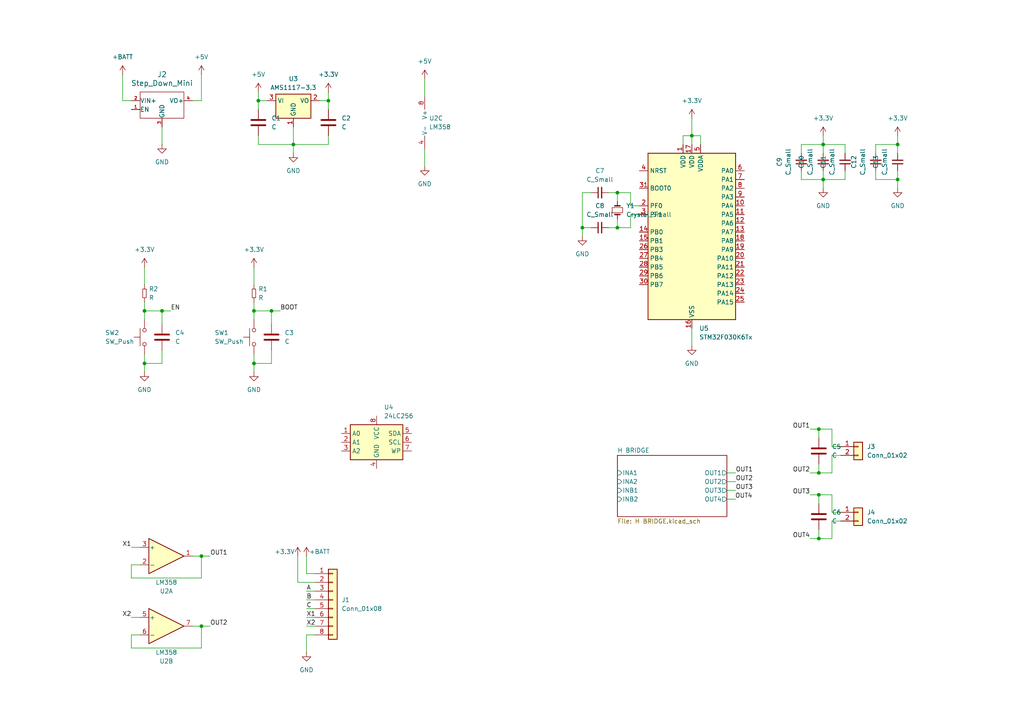
<source format=kicad_sch>
(kicad_sch (version 20250114) (generator "eeschema") (generator_version "9.0")
  (paper "A4")
  (lib_symbols
    (symbol "Amplifier_Operational:LM358" (pin_names (offset 0.127))
      (property "Reference" "U" (at 0 5.08 0))
      (property "Value" "LM358" (at 0 -5.08 0))
      (symbol "LM358_1_1"
        (polyline (pts (xy -5.08 5.08) (xy 5.08 0) (xy -5.08 -5.08) (xy -5.08 5.08)) (stroke (width 0.254)) (fill (type background)))
        (pin input line (at -7.62 2.54 0) (length 2.54) (name "+") (number "3"))
        (pin input line (at -7.62 -2.54 0) (length 2.54) (name "-") (number "2"))
        (pin output line (at 7.62 0 180) (length 2.54) (name "~") (number "1"))
      )
      (symbol "LM358_2_1"
        (polyline (pts (xy -5.08 5.08) (xy 5.08 0) (xy -5.08 -5.08) (xy -5.08 5.08)) (stroke (width 0.254)) (fill (type background)))
        (pin input line (at -7.62 2.54 0) (length 2.54) (name "+") (number "5"))
        (pin input line (at -7.62 -2.54 0) (length 2.54) (name "-") (number "6"))
        (pin output line (at 7.62 0 180) (length 2.54) (name "~") (number "7"))
      )
      (symbol "LM358_3_1"
        (pin power_in line (at -2.54 7.62 270) (length 3.81) (name "V+") (number "8"))
        (pin power_in line (at -2.54 -7.62 90) (length 3.81) (name "V-") (number "4"))
      )
    )
    (symbol "Connector_Generic:Conn_01x02" (pin_names (offset 1.016) (hide yes))
      (property "Reference" "J" (at 0 2.54 0))
      (property "Value" "Conn_01x02" (at 0 -5.08 0))
      (symbol "Conn_01x02_1_1"
        (rectangle (start -1.27 1.27) (end 1.27 -3.81) (stroke (width 0.254)) (fill (type background)))
        (rectangle (start -1.27 0.127) (end 0 -0.127) (stroke (width 0.1524)))
        (rectangle (start -1.27 -2.413) (end 0 -2.667) (stroke (width 0.1524)))
        (pin passive line (at -5.08 0 0) (length 3.81) (name "Pin_1") (number "1"))
        (pin passive line (at -5.08 -2.54 0) (length 3.81) (name "Pin_2") (number "2"))
      )
    )
    (symbol "Connector_Generic:Conn_01x08" (pin_names (offset 1.016) (hide yes))
      (property "Reference" "J" (at 0 10.16 0))
      (property "Value" "Conn_01x08" (at 0 -12.7 0))
      (symbol "Conn_01x08_1_1"
        (rectangle (start -1.27 8.89) (end 1.27 -11.43) (stroke (width 0.254)) (fill (type background)))
        (rectangle (start -1.27 7.747) (end 0 7.493) (stroke (width 0.1524)))
        (rectangle (start -1.27 5.207) (end 0 4.953) (stroke (width 0.1524)))
        (rectangle (start -1.27 2.667) (end 0 2.413) (stroke (width 0.1524)))
        (rectangle (start -1.27 0.127) (end 0 -0.127) (stroke (width 0.1524)))
        (rectangle (start -1.27 -2.413) (end 0 -2.667) (stroke (width 0.1524)))
        (rectangle (start -1.27 -4.953) (end 0 -5.207) (stroke (width 0.1524)))
        (rectangle (start -1.27 -7.493) (end 0 -7.747) (stroke (width 0.1524)))
        (rectangle (start -1.27 -10.033) (end 0 -10.287) (stroke (width 0.1524)))
        (pin passive line (at -5.08 7.62 0) (length 3.81) (name "Pin_1") (number "1"))
        (pin passive line (at -5.08 5.08 0) (length 3.81) (name "Pin_2") (number "2"))
        (pin passive line (at -5.08 2.54 0) (length 3.81) (name "Pin_3") (number "3"))
        (pin passive line (at -5.08 0 0) (length 3.81) (name "Pin_4") (number "4"))
        (pin passive line (at -5.08 -2.54 0) (length 3.81) (name "Pin_5") (number "5"))
        (pin passive line (at -5.08 -5.08 0) (length 3.81) (name "Pin_6") (number "6"))
        (pin passive line (at -5.08 -7.62 0) (length 3.81) (name "Pin_7") (number "7"))
        (pin passive line (at -5.08 -10.16 0) (length 3.81) (name "Pin_8") (number "8"))
      )
    )
    (symbol "Device:C" (pin_numbers (hide yes)) (pin_names (offset 0.254))
      (property "Reference" "C" (at 0.635 2.54 0))
      (property "Value" "C" (at 0.635 -2.54 0))
      (symbol "C_0_1"
        (polyline (pts (xy -2.032 0.762) (xy 2.032 0.762)) (stroke (width 0.508)))
        (polyline (pts (xy -2.032 -0.762) (xy 2.032 -0.762)) (stroke (width 0.508)))
      )
      (symbol "C_1_1"
        (pin passive line (at 0 3.81 270) (length 2.794) (name "~") (number "1"))
        (pin passive line (at 0 -3.81 90) (length 2.794) (name "~") (number "2"))
      )
    )
    (symbol "Device:C_Small" (pin_numbers (hide yes)) (pin_names (offset 0.254) (hide yes))
      (property "Reference" "C" (at 0.254 1.778 0))
      (property "Value" "C_Small" (at 0.254 -2.032 0))
      (symbol "C_Small_0_1"
        (polyline (pts (xy -1.524 0.508) (xy 1.524 0.508)) (stroke (width 0.3048)))
        (polyline (pts (xy -1.524 -0.508) (xy 1.524 -0.508)) (stroke (width 0.3302)))
      )
      (symbol "C_Small_1_1"
        (pin passive line (at 0 2.54 270) (length 2.032) (name "~") (number "1"))
        (pin passive line (at 0 -2.54 90) (length 2.032) (name "~") (number "2"))
      )
    )
    (symbol "Device:Crystal_Small" (pin_numbers (hide yes)) (pin_names (offset 1.016) (hide yes))
      (property "Reference" "Y" (at 0 2.54 0))
      (property "Value" "Crystal_Small" (at 0 -2.54 0))
      (symbol "Crystal_Small_0_1"
        (polyline (pts (xy -1.27 -0.762) (xy -1.27 0.762)) (stroke (width 0.381)))
        (rectangle (start -0.762 -1.524) (end 0.762 1.524))
        (polyline (pts (xy 1.27 -0.762) (xy 1.27 0.762)) (stroke (width 0.381)))
      )
      (symbol "Crystal_Small_1_1"
        (pin passive line (at -2.54 0 0) (length 1.27) (name "1") (number "1"))
        (pin passive line (at 2.54 0 180) (length 1.27) (name "2") (number "2"))
      )
    )
    (symbol "EESTN5:R" (pin_numbers (hide yes)) (pin_names (offset 0))
      (property "Reference" "R" (at -1.27 0 90))
      (property "Value" "R" (at 1.27 0 90))
      (symbol "R_0_1"
        (rectangle (start 0.508 1.27) (end -0.508 -1.27))
      )
      (symbol "R_1_1"
        (pin passive line (at 0 2.54 270) (length 1.27) (name "~") (number "1"))
        (pin passive line (at 0 -2.54 90) (length 1.27) (name "~") (number "2"))
      )
    )
    (symbol "EESTN5:Step_Down_Mini" (pin_names (offset 0.002))
      (property "Reference" "J2" (at 0 8.89 0))
      (property "Value" "Step_Down_Mini" (at 0 6.35 0))
      (symbol "Step_Down_Mini_0_1"
        (rectangle (start -6.35 3.81) (end 6.35 -3.81))
      )
      (symbol "Step_Down_Mini_1_1"
        (pin passive line (at -8.89 1.27 0) (length 2.54) (name "VIN+") (number "2"))
        (pin passive line (at -8.89 -1.27 0) (length 2.54) (name "EN") (number "1"))
        (pin passive line (at 0 -6.35 90) (length 2.54) (name "GND") (number "3"))
        (pin passive line (at 8.89 1.27 180) (length 2.54) (name "VO+") (number "4"))
      )
    )
    (symbol "MCU_ST_STM32F0:STM32F030K6Tx"
      (property "Reference" "U" (at -12.7 26.67 0))
      (property "Value" "STM32F030K6Tx" (at 5.08 26.67 0))
      (symbol "STM32F030K6Tx_0_1"
        (rectangle (start -12.7 -22.86) (end 12.7 25.4) (stroke (width 0.254)) (fill (type background)))
      )
      (symbol "STM32F030K6Tx_1_1"
        (pin input line (at -15.24 20.32 0) (length 2.54) (name "NRST") (number "4"))
        (pin input line (at -15.24 15.24 0) (length 2.54) (name "BOOT0") (number "31"))
        (pin bidirectional line (at -15.24 10.16 0) (length 2.54) (name "PF0") (number "2"))
        (pin bidirectional line (at -15.24 7.62 0) (length 2.54) (name "PF1") (number "3"))
        (pin bidirectional line (at -15.24 2.54 0) (length 2.54) (name "PB0") (number "14"))
        (pin bidirectional line (at -15.24 0 0) (length 2.54) (name "PB1") (number "15"))
        (pin bidirectional line (at -15.24 -2.54 0) (length 2.54) (name "PB3") (number "26"))
        (pin bidirectional line (at -15.24 -5.08 0) (length 2.54) (name "PB4") (number "27"))
        (pin bidirectional line (at -15.24 -7.62 0) (length 2.54) (name "PB5") (number "28"))
        (pin bidirectional line (at -15.24 -10.16 0) (length 2.54) (name "PB6") (number "29"))
        (pin bidirectional line (at -15.24 -12.7 0) (length 2.54) (name "PB7") (number "30"))
        (pin power_in line (at -2.54 27.94 270) (length 2.54) (name "VDD") (number "1"))
        (pin power_in line (at 0 27.94 270) (length 2.54) (name "VDD") (number "17"))
        (pin power_in line (at 0 -25.4 90) (length 2.54) (name "VSS") (number "16"))
        (pin passive line (at 0 -25.4 90) (length 2.54) (hide yes) (name "VSS") (number "32"))
        (pin power_in line (at 2.54 27.94 270) (length 2.54) (name "VDDA") (number "5"))
        (pin bidirectional line (at 15.24 20.32 180) (length 2.54) (name "PA0") (number "6"))
        (pin bidirectional line (at 15.24 17.78 180) (length 2.54) (name "PA1") (number "7"))
        (pin bidirectional line (at 15.24 15.24 180) (length 2.54) (name "PA2") (number "8"))
        (pin bidirectional line (at 15.24 12.7 180) (length 2.54) (name "PA3") (number "9"))
        (pin bidirectional line (at 15.24 10.16 180) (length 2.54) (name "PA4") (number "10"))
        (pin bidirectional line (at 15.24 7.62 180) (length 2.54) (name "PA5") (number "11"))
        (pin bidirectional line (at 15.24 5.08 180) (length 2.54) (name "PA6") (number "12"))
        (pin bidirectional line (at 15.24 2.54 180) (length 2.54) (name "PA7") (number "13"))
        (pin bidirectional line (at 15.24 0 180) (length 2.54) (name "PA8") (number "18"))
        (pin bidirectional line (at 15.24 -2.54 180) (length 2.54) (name "PA9") (number "19"))
        (pin bidirectional line (at 15.24 -5.08 180) (length 2.54) (name "PA10") (number "20"))
        (pin bidirectional line (at 15.24 -7.62 180) (length 2.54) (name "PA11") (number "21"))
        (pin bidirectional line (at 15.24 -10.16 180) (length 2.54) (name "PA12") (number "22"))
        (pin bidirectional line (at 15.24 -12.7 180) (length 2.54) (name "PA13") (number "23"))
        (pin bidirectional line (at 15.24 -15.24 180) (length 2.54) (name "PA14") (number "24"))
        (pin bidirectional line (at 15.24 -17.78 180) (length 2.54) (name "PA15") (number "25"))
      )
    )
    (symbol "Memory_EEPROM:24LC256"
      (property "Reference" "U" (at -6.35 6.35 0))
      (property "Value" "24LC256" (at 1.27 6.35 0))
      (symbol "24LC256_1_1"
        (rectangle (start -7.62 5.08) (end 7.62 -5.08) (stroke (width 0.254)) (fill (type background)))
        (pin input line (at -10.16 2.54 0) (length 2.54) (name "A0") (number "1"))
        (pin input line (at -10.16 0 0) (length 2.54) (name "A1") (number "2"))
        (pin input line (at -10.16 -2.54 0) (length 2.54) (name "A2") (number "3"))
        (pin power_in line (at 0 7.62 270) (length 2.54) (name "VCC") (number "8"))
        (pin power_in line (at 0 -7.62 90) (length 2.54) (name "GND") (number "4"))
        (pin bidirectional line (at 10.16 2.54 180) (length 2.54) (name "SDA") (number "5"))
        (pin input line (at 10.16 0 180) (length 2.54) (name "SCL") (number "6"))
        (pin input line (at 10.16 -2.54 180) (length 2.54) (name "WP") (number "7"))
      )
    )
    (symbol "Regulator_Linear:AMS1117-3.3"
      (property "Reference" "U" (at -3.81 3.175 0))
      (property "Value" "AMS1117-3.3" (at 0 3.175 0))
      (symbol "AMS1117-3.3_0_1"
        (rectangle (start -5.08 -5.08) (end 5.08 1.905) (stroke (width 0.254)) (fill (type background)))
      )
      (symbol "AMS1117-3.3_1_1"
        (pin power_in line (at -7.62 0 0) (length 2.54) (name "VI") (number "3"))
        (pin power_in line (at 0 -7.62 90) (length 2.54) (name "GND") (number "1"))
        (pin power_out line (at 7.62 0 180) (length 2.54) (name "VO") (number "2"))
      )
    )
    (symbol "Switch:SW_Push" (pin_numbers (hide yes)) (pin_names (offset 1.016) (hide yes))
      (property "Reference" "SW" (at 1.27 2.54 0))
      (property "Value" "SW_Push" (at 0 -1.524 0))
      (symbol "SW_Push_0_1"
        (circle (center -2.032 0) (radius 0.508))
        (polyline (pts (xy 0 1.27) (xy 0 3.048)))
        (circle (center 2.032 0) (radius 0.508))
        (polyline (pts (xy 2.54 1.27) (xy -2.54 1.27)))
        (pin passive line (at -5.08 0 0) (length 2.54) (name "1") (number "1"))
        (pin passive line (at 5.08 0 180) (length 2.54) (name "2") (number "2"))
      )
    )
    (symbol "power:+3.3V" (power) (pin_numbers (hide yes)) (pin_names (offset 0) (hide yes))
      (property "Value" "+3.3V" (at 0 3.556 0))
      (symbol "+3.3V_0_1"
        (polyline (pts (xy -0.762 1.27) (xy 0 2.54)))
        (polyline (pts (xy 0 2.54) (xy 0.762 1.27)))
        (polyline (pts (xy 0 0) (xy 0 2.54)))
      )
      (symbol "+3.3V_1_1"
        (pin power_in line (at 0 0 90) (length 0) (name "~") (number "1"))
      )
    )
    (symbol "power:+5V" (power) (pin_numbers (hide yes)) (pin_names (offset 0) (hide yes))
      (property "Value" "+5V" (at 0 3.556 0))
      (symbol "+5V_0_1"
        (polyline (pts (xy -0.762 1.27) (xy 0 2.54)))
        (polyline (pts (xy 0 2.54) (xy 0.762 1.27)))
        (polyline (pts (xy 0 0) (xy 0 2.54)))
      )
      (symbol "+5V_1_1"
        (pin power_in line (at 0 0 90) (length 0) (name "~") (number "1"))
      )
    )
    (symbol "power:+BATT" (power) (pin_numbers (hide yes)) (pin_names (offset 0) (hide yes))
      (property "Value" "+BATT" (at 0 3.556 0))
      (symbol "+BATT_0_1"
        (polyline (pts (xy -0.762 1.27) (xy 0 2.54)))
        (polyline (pts (xy 0 2.54) (xy 0.762 1.27)))
        (polyline (pts (xy 0 0) (xy 0 2.54)))
      )
      (symbol "+BATT_1_1"
        (pin power_in line (at 0 0 90) (length 0) (name "~") (number "1"))
      )
    )
    (symbol "power:GND" (power) (pin_numbers (hide yes)) (pin_names (offset 0) (hide yes))
      (property "Value" "GND" (at 0 -3.81 0))
      (symbol "GND_0_1"
        (polyline (pts (xy 0 0) (xy 0 -1.27) (xy 1.27 -1.27) (xy 0 -2.54) (xy -1.27 -1.27) (xy 0 -1.27)))
      )
      (symbol "GND_1_1"
        (pin power_in line (at 0 0 270) (length 0) (name "~") (number "1"))
      )
    )
  )
  (junction (at 73.66 105.41))
  (junction (at 74.93 29.21))
  (junction (at 95.25 29.21))
  (junction (at 85.09 41.91))
  (junction (at 237.49 137.16))
  (junction (at 73.66 90.17))
  (junction (at 58.42 161.29))
  (junction (at 179.07 55.88))
  (junction (at 238.76 41.91))
  (junction (at 41.91 90.17))
  (junction (at 58.42 181.61))
  (junction (at 237.49 156.21))
  (junction (at 78.74 90.17))
  (junction (at 260.35 52.07))
  (junction (at 238.76 52.07))
  (junction (at 179.07 66.04))
  (junction (at 260.35 41.91))
  (junction (at 41.91 105.41))
  (junction (at 168.91 66.04))
  (junction (at 237.49 143.51))
  (junction (at 237.49 124.46))
  (junction (at 200.66 39.37))
  (junction (at 46.99 90.17))
  (wire (pts (xy 176.53 55.88) (xy 179.07 55.88)))
  (wire (pts (xy 234.95 143.51) (xy 237.49 143.51)))
  (wire (pts (xy 74.93 31.75) (xy 74.93 29.21)))
  (wire (pts (xy 182.88 66.04) (xy 179.07 66.04)))
  (wire (pts (xy 198.12 41.91) (xy 198.12 39.37)))
  (wire (pts (xy 46.99 101.6) (xy 46.99 105.41)))
  (wire (pts (xy 234.95 156.21) (xy 237.49 156.21)))
  (wire (pts (xy 78.74 101.6) (xy 78.74 105.41)))
  (wire (pts (xy 254 41.91) (xy 254 44.45)))
  (wire (pts (xy 254 52.07) (xy 260.35 52.07)))
  (wire (pts (xy 237.49 137.16) (xy 241.3 137.16)))
  (wire (pts (xy 73.66 87.63) (xy 73.66 90.17)))
  (wire (pts (xy 243.84 129.54) (xy 241.3 129.54)))
  (wire (pts (xy 185.42 62.23) (xy 182.88 62.23)))
  (wire (pts (xy 58.42 161.29) (xy 55.88 161.29)))
  (wire (pts (xy 60.96 161.29) (xy 58.42 161.29)))
  (wire (pts (xy 78.74 90.17) (xy 81.28 90.17)))
  (wire (pts (xy 92.71 29.21) (xy 95.25 29.21)))
  (wire (pts (xy 241.3 132.08) (xy 243.84 132.08)))
  (wire (pts (xy 260.35 41.91) (xy 260.35 44.45)))
  (wire (pts (xy 241.3 124.46) (xy 237.49 124.46)))
  (wire (pts (xy 88.9 171.45) (xy 91.44 171.45)))
  (wire (pts (xy 88.9 166.37) (xy 91.44 166.37)))
  (wire (pts (xy 171.45 55.88) (xy 168.91 55.88)))
  (wire (pts (xy 85.09 36.83) (xy 85.09 41.91)))
  (wire (pts (xy 73.66 77.47) (xy 73.66 82.55)))
  (wire (pts (xy 88.9 161.29) (xy 88.9 166.37)))
  (wire (pts (xy 74.93 41.91) (xy 85.09 41.91)))
  (wire (pts (xy 238.76 52.07) (xy 238.76 54.61)))
  (wire (pts (xy 241.3 143.51) (xy 241.3 148.59)))
  (wire (pts (xy 238.76 52.07) (xy 245.11 52.07)))
  (wire (pts (xy 198.12 39.37) (xy 200.66 39.37)))
  (wire (pts (xy 200.66 39.37) (xy 200.66 41.91)))
  (wire (pts (xy 210.82 139.7) (xy 213.36 139.7)))
  (wire (pts (xy 238.76 41.91) (xy 245.11 41.91)))
  (wire (pts (xy 232.41 52.07) (xy 238.76 52.07)))
  (wire (pts (xy 88.9 173.99) (xy 91.44 173.99)))
  (wire (pts (xy 38.1 163.83) (xy 38.1 167.64)))
  (wire (pts (xy 200.66 39.37) (xy 203.2 39.37)))
  (wire (pts (xy 179.07 66.04) (xy 179.07 63.5)))
  (wire (pts (xy 73.66 102.87) (xy 73.66 105.41)))
  (wire (pts (xy 234.95 124.46) (xy 237.49 124.46)))
  (wire (pts (xy 78.74 93.98) (xy 78.74 90.17)))
  (wire (pts (xy 73.66 90.17) (xy 78.74 90.17)))
  (wire (pts (xy 245.11 52.07) (xy 245.11 49.53)))
  (wire (pts (xy 58.42 21.59) (xy 58.42 29.21)))
  (wire (pts (xy 58.42 167.64) (xy 58.42 161.29)))
  (wire (pts (xy 41.91 90.17) (xy 46.99 90.17)))
  (wire (pts (xy 35.56 29.21) (xy 38.1 29.21)))
  (wire (pts (xy 73.66 90.17) (xy 73.66 92.71)))
  (wire (pts (xy 237.49 153.67) (xy 237.49 156.21)))
  (wire (pts (xy 237.49 143.51) (xy 237.49 146.05)))
  (wire (pts (xy 46.99 90.17) (xy 49.53 90.17)))
  (wire (pts (xy 41.91 102.87) (xy 41.91 105.41)))
  (wire (pts (xy 58.42 29.21) (xy 55.88 29.21)))
  (wire (pts (xy 41.91 87.63) (xy 41.91 90.17)))
  (wire (pts (xy 86.36 168.91) (xy 91.44 168.91)))
  (wire (pts (xy 168.91 55.88) (xy 168.91 66.04)))
  (wire (pts (xy 254 49.53) (xy 254 52.07)))
  (wire (pts (xy 241.3 137.16) (xy 241.3 132.08)))
  (wire (pts (xy 182.88 59.69) (xy 185.42 59.69)))
  (wire (pts (xy 237.49 134.62) (xy 237.49 137.16)))
  (wire (pts (xy 179.07 58.42) (xy 179.07 55.88)))
  (wire (pts (xy 40.64 158.75) (xy 38.1 158.75)))
  (wire (pts (xy 88.9 181.61) (xy 91.44 181.61)))
  (wire (pts (xy 237.49 156.21) (xy 241.3 156.21)))
  (wire (pts (xy 241.3 156.21) (xy 241.3 151.13)))
  (wire (pts (xy 74.93 26.67) (xy 74.93 29.21)))
  (wire (pts (xy 241.3 151.13) (xy 243.84 151.13)))
  (wire (pts (xy 182.88 62.23) (xy 182.88 66.04)))
  (wire (pts (xy 234.95 137.16) (xy 237.49 137.16)))
  (wire (pts (xy 95.25 29.21) (xy 95.25 31.75)))
  (wire (pts (xy 210.82 142.24) (xy 213.36 142.24)))
  (wire (pts (xy 95.25 41.91) (xy 95.25 39.37)))
  (wire (pts (xy 238.76 41.91) (xy 238.76 44.45)))
  (wire (pts (xy 38.1 184.15) (xy 38.1 187.96)))
  (wire (pts (xy 86.36 161.29) (xy 86.36 168.91)))
  (wire (pts (xy 41.91 105.41) (xy 41.91 107.95)))
  (wire (pts (xy 179.07 55.88) (xy 182.88 55.88)))
  (wire (pts (xy 40.64 179.07) (xy 38.1 179.07)))
  (wire (pts (xy 40.64 184.15) (xy 38.1 184.15)))
  (wire (pts (xy 210.82 144.78) (xy 213.36 144.78)))
  (wire (pts (xy 182.88 55.88) (xy 182.88 59.69)))
  (wire (pts (xy 85.09 41.91) (xy 95.25 41.91)))
  (wire (pts (xy 232.41 49.53) (xy 232.41 52.07)))
  (wire (pts (xy 78.74 105.41) (xy 73.66 105.41)))
  (wire (pts (xy 241.3 124.46) (xy 241.3 129.54)))
  (wire (pts (xy 168.91 66.04) (xy 171.45 66.04)))
  (wire (pts (xy 41.91 90.17) (xy 41.91 92.71)))
  (wire (pts (xy 260.35 39.37) (xy 260.35 41.91)))
  (wire (pts (xy 241.3 143.51) (xy 237.49 143.51)))
  (wire (pts (xy 200.66 34.29) (xy 200.66 39.37)))
  (wire (pts (xy 254 41.91) (xy 260.35 41.91)))
  (wire (pts (xy 176.53 66.04) (xy 179.07 66.04)))
  (wire (pts (xy 60.96 181.61) (xy 58.42 181.61)))
  (wire (pts (xy 46.99 93.98) (xy 46.99 90.17)))
  (wire (pts (xy 245.11 41.91) (xy 245.11 44.45)))
  (wire (pts (xy 35.56 21.59) (xy 35.56 29.21)))
  (wire (pts (xy 46.99 36.83) (xy 46.99 41.91)))
  (wire (pts (xy 38.1 187.96) (xy 58.42 187.96)))
  (wire (pts (xy 168.91 66.04) (xy 168.91 68.58)))
  (wire (pts (xy 232.41 44.45) (xy 232.41 41.91)))
  (wire (pts (xy 88.9 179.07) (xy 91.44 179.07)))
  (wire (pts (xy 46.99 105.41) (xy 41.91 105.41)))
  (wire (pts (xy 58.42 181.61) (xy 55.88 181.61)))
  (wire (pts (xy 95.25 26.67) (xy 95.25 29.21)))
  (wire (pts (xy 237.49 124.46) (xy 237.49 127)))
  (wire (pts (xy 73.66 105.41) (xy 73.66 107.95)))
  (wire (pts (xy 232.41 41.91) (xy 238.76 41.91)))
  (wire (pts (xy 41.91 77.47) (xy 41.91 82.55)))
  (wire (pts (xy 243.84 148.59) (xy 241.3 148.59)))
  (wire (pts (xy 260.35 52.07) (xy 260.35 49.53)))
  (wire (pts (xy 238.76 49.53) (xy 238.76 52.07)))
  (wire (pts (xy 74.93 29.21) (xy 77.47 29.21)))
  (wire (pts (xy 40.64 163.83) (xy 38.1 163.83)))
  (wire (pts (xy 88.9 189.23) (xy 88.9 184.15)))
  (wire (pts (xy 203.2 39.37) (xy 203.2 41.91)))
  (wire (pts (xy 123.19 43.18) (xy 123.19 48.26)))
  (wire (pts (xy 74.93 39.37) (xy 74.93 41.91)))
  (wire (pts (xy 238.76 39.37) (xy 238.76 41.91)))
  (wire (pts (xy 85.09 41.91) (xy 85.09 44.45)))
  (wire (pts (xy 260.35 52.07) (xy 260.35 54.61)))
  (wire (pts (xy 58.42 187.96) (xy 58.42 181.61)))
  (wire (pts (xy 210.82 137.16) (xy 213.36 137.16)))
  (wire (pts (xy 200.66 95.25) (xy 200.66 100.33)))
  (wire (pts (xy 38.1 167.64) (xy 58.42 167.64)))
  (wire (pts (xy 88.9 176.53) (xy 91.44 176.53)))
  (wire (pts (xy 123.19 22.86) (xy 123.19 27.94)))
  (wire (pts (xy 88.9 184.15) (xy 91.44 184.15)))
  (label "OUT3" (at 213.36 142.24 0))
  (label "C" (at 88.9 176.53 0))
  (label "OUT1" (at 213.36 137.16 0))
  (label "OUT2" (at 60.96 181.61 0))
  (label "X1" (at 38.1 158.75 180))
  (label "OUT2" (at 213.36 139.7 0))
  (label "OUT1" (at 60.96 161.29 0))
  (label "X1" (at 88.9 179.07 0))
  (label "OUT1" (at 234.95 124.46 180))
  (label "EN" (at 49.53 90.17 0))
  (label "BOOT" (at 81.28 90.17 0))
  (label "OUT2" (at 234.95 137.16 180))
  (label "A" (at 88.9 171.45 0))
  (label "B" (at 88.9 173.99 0))
  (label "OUT3" (at 234.95 143.51 180))
  (label "X2" (at 88.9 181.61 0))
  (label "X2" (at 38.1 179.07 180))
  (label "OUT4" (at 234.95 156.21 180))
  (label "OUT4" (at 213.2047 144.78 0))
  (symbol (lib_id "power:+BATT") (at 35.56 21.59 0) (unit 1)
    (property "Reference" "#PWR09" (effects (hide yes)))
    (property "Value" "+BATT" (at 35.56 16.51 0))
    (property "Description" "Power symbol creates a global label with name \"+BATT\"" (effects (hide yes)))
  )
  (symbol (lib_id "power:+5V") (at 74.93 26.67 0) (unit 1)
    (property "Reference" "#PWR012" (effects (hide yes)))
    (property "Value" "+5V" (at 74.93 21.59 0))
    (property "Description" "Power symbol creates a global label with name \"+5V\"" (effects (hide yes)))
  )
  (symbol (lib_id "power:+3.3V") (at 73.66 77.47 0) (unit 1)
    (property "Reference" "#PWR015" (effects (hide yes)))
    (property "Value" "+3.3V" (at 73.66 72.39 0))
    (property "Description" "Power symbol creates a global label with name \"+3.3V\"" (effects (hide yes)))
  )
  (symbol (lib_id "Amplifier_Operational:LM358") (at 48.26 181.61 0) (unit 2)
    (property "Reference" "U2" (at 48.26 191.77 0))
    (property "Value" "LM358" (at 48.26 189.23 0))
    (property "Datasheet" "http://www.ti.com/lit/ds/symlink/lm2904-n.pdf" (effects (hide yes)))
    (property "Description" "Low-Power, Dual Operational Amplifiers, DIP-8/SOIC-8/TO-99-8" (effects (hide yes)))
  )
  (symbol (lib_id "EESTN5:Step_Down_Mini") (at 46.99 30.48 0) (unit 1)
    (property "Reference" "J2" (at 46.99 21.59 0) (effects (font (size 1.524 1.524))))
    (property "Value" "Step_Down_Mini" (at 46.99 24.13 0) (effects (font (size 1.524 1.524))))
    (property "Footprint" "EESTN5:Step_Down_Mini" (effects (hide yes)))
  )
  (symbol (lib_id "Connector_Generic:Conn_01x02") (at 248.92 148.59 0) (unit 1)
    (property "Reference" "J4" (at 251.46 148.5899 0) (effects (justify left)))
    (property "Value" "Conn_01x02" (at 251.46 151.1299 0) (effects (justify left)))
    (property "Description" "Generic connector, single row, 01x02, script generated (kicad-library-utils/schlib/autogen/connector/)" (effects (hide yes)))
  )
  (symbol (lib_id "power:GND") (at 41.91 107.95 0) (unit 1)
    (property "Reference" "#PWR017" (effects (hide yes)))
    (property "Value" "GND" (at 41.91 113.03 0))
    (property "Description" "Power symbol creates a global label with name \"GND\" , ground" (effects (hide yes)))
  )
  (symbol (lib_id "power:GND") (at 123.19 48.26 0) (unit 1)
    (property "Reference" "#PWR07" (effects (hide yes)))
    (property "Value" "GND" (at 123.19 53.34 0))
    (property "Description" "Power symbol creates a global label with name \"GND\" , ground" (effects (hide yes)))
  )
  (symbol (lib_id "Device:C") (at 237.49 149.86 0) (unit 1)
    (property "Reference" "C6" (at 241.3 148.5899 0) (effects (justify left)))
    (property "Value" "C" (at 241.3 151.1299 0) (effects (justify left)))
    (property "Description" "Unpolarized capacitor" (effects (hide yes)))
  )
  (symbol (lib_id "Device:C_Small") (at 232.41 46.99 180) (unit 1)
    (property "Reference" "C9" (at 226.06 46.9837 90))
    (property "Value" "C_Small" (at 228.6 46.9837 90))
    (property "Description" "Unpolarized capacitor, small symbol" (effects (hide yes)))
  )
  (symbol (lib_id "EESTN5:R") (at 41.91 85.09 0) (unit 1)
    (property "Reference" "R2" (at 43.18 83.8199 0) (effects (justify left)))
    (property "Value" "R" (at 43.18 86.3599 0) (effects (justify left)))
    (property "Description" "Resistor" (effects (hide yes)))
  )
  (symbol (lib_id "Device:C_Small") (at 173.99 66.04 90) (unit 1)
    (property "Reference" "C8" (at 173.9963 59.69 90))
    (property "Value" "C_Small" (at 173.9963 62.23 90))
    (property "Description" "Unpolarized capacitor, small symbol" (effects (hide yes)))
  )
  (symbol (lib_id "Device:C") (at 237.49 130.81 0) (unit 1)
    (property "Reference" "C5" (at 241.3 129.5399 0) (effects (justify left)))
    (property "Value" "C" (at 241.3 132.0799 0) (effects (justify left)))
    (property "Description" "Unpolarized capacitor" (effects (hide yes)))
  )
  (symbol (lib_id "power:+3.3V") (at 260.35 39.37 0) (unit 1)
    (property "Reference" "#PWR043" (effects (hide yes)))
    (property "Value" "+3.3V" (at 260.35 34.29 0))
    (property "Description" "Power symbol creates a global label with name \"+3.3V\"" (effects (hide yes)))
  )
  (symbol (lib_id "Switch:SW_Push") (at 41.91 97.79 90) (unit 1)
    (property "Reference" "SW2" (at 30.48 96.52 90) (effects (justify right)))
    (property "Value" "SW_Push" (at 30.48 99.06 90) (effects (justify right)))
    (property "Description" "Push button switch, generic, two pins" (effects (hide yes)))
  )
  (symbol (lib_id "power:GND") (at 46.99 41.91 0) (unit 1)
    (property "Reference" "#PWR010" (effects (hide yes)))
    (property "Value" "GND" (at 46.99 46.99 0))
    (property "Description" "Power symbol creates a global label with name \"GND\" , ground" (effects (hide yes)))
  )
  (symbol (lib_id "EESTN5:R") (at 73.66 85.09 0) (unit 1)
    (property "Reference" "R1" (at 74.93 83.8199 0) (effects (justify left)))
    (property "Value" "R" (at 74.93 86.3599 0) (effects (justify left)))
    (property "Description" "Resistor" (effects (hide yes)))
  )
  (symbol (lib_id "Device:C") (at 78.74 97.79 0) (unit 1)
    (property "Reference" "C3" (at 82.55 96.5199 0) (effects (justify left)))
    (property "Value" "C" (at 82.55 99.0599 0) (effects (justify left)))
    (property "Description" "Unpolarized capacitor" (effects (hide yes)))
  )
  (symbol (lib_id "power:GND") (at 73.66 107.95 0) (unit 1)
    (property "Reference" "#PWR014" (effects (hide yes)))
    (property "Value" "GND" (at 73.66 113.03 0))
    (property "Description" "Power symbol creates a global label with name \"GND\" , ground" (effects (hide yes)))
  )
  (symbol (lib_id "Device:C_Small") (at 173.99 55.88 90) (unit 1)
    (property "Reference" "C7" (at 173.9963 49.53 90))
    (property "Value" "C_Small" (at 173.9963 52.07 90))
    (property "Description" "Unpolarized capacitor, small symbol" (effects (hide yes)))
  )
  (symbol (lib_id "Device:C_Small") (at 260.35 46.99 180) (unit 1)
    (property "Reference" "C13" (at 254 46.9837 90))
    (property "Value" "C_Small" (at 256.54 46.9837 90))
    (property "Description" "Unpolarized capacitor, small symbol" (effects (hide yes)))
  )
  (symbol (lib_id "power:+3.3V") (at 86.36 161.29 0) (unit 1)
    (property "Reference" "#PWR04" (effects (hide yes)))
    (property "Value" "+3.3V" (at 82.55 160.02 0))
    (property "Description" "Power symbol creates a global label with name \"+3.3V\"" (effects (hide yes)))
  )
  (symbol (lib_id "Device:C") (at 95.25 35.56 0) (unit 1)
    (property "Reference" "C2" (at 99.06 34.2899 0) (effects (justify left)))
    (property "Value" "C" (at 99.06 36.8299 0) (effects (justify left)))
    (property "Description" "Unpolarized capacitor" (effects (hide yes)))
  )
  (symbol (lib_id "power:+5V") (at 123.19 22.86 0) (unit 1)
    (property "Reference" "#PWR06" (effects (hide yes)))
    (property "Value" "+5V" (at 123.19 17.78 0))
    (property "Description" "Power symbol creates a global label with name \"+5V\"" (effects (hide yes)))
  )
  (symbol (lib_id "power:+3.3V") (at 41.91 77.47 0) (unit 1)
    (property "Reference" "#PWR016" (effects (hide yes)))
    (property "Value" "+3.3V" (at 41.91 72.39 0))
    (property "Description" "Power symbol creates a global label with name \"+3.3V\"" (effects (hide yes)))
  )
  (symbol (lib_id "Regulator_Linear:AMS1117-3.3") (at 85.09 29.21 0) (unit 1)
    (property "Reference" "U3" (at 85.09 22.86 0))
    (property "Value" "AMS1117-3.3" (at 85.09 25.4 0))
    (property "Footprint" "Package_TO_SOT_SMD:SOT-223-3_TabPin2" (effects (hide yes)))
    (property "Datasheet" "http://www.advanced-monolithic.com/pdf/ds1117.pdf" (effects (hide yes)))
    (property "Description" "1A Low Dropout regulator, positive, 3.3V fixed output, SOT-223" (effects (hide yes)))
  )
  (symbol (lib_id "Device:C_Small") (at 254 46.99 180) (unit 1)
    (property "Reference" "C12" (at 247.65 46.9837 90))
    (property "Value" "C_Small" (at 250.19 46.9837 90))
    (property "Description" "Unpolarized capacitor, small symbol" (effects (hide yes)))
  )
  (symbol (lib_id "Switch:SW_Push") (at 73.66 97.79 90) (unit 1)
    (property "Reference" "SW1" (at 62.23 96.52 90) (effects (justify right)))
    (property "Value" "SW_Push" (at 62.23 99.06 90) (effects (justify right)))
    (property "Description" "Push button switch, generic, two pins" (effects (hide yes)))
  )
  (symbol (lib_id "power:GND") (at 260.35 54.61 0) (unit 1)
    (property "Reference" "#PWR044" (effects (hide yes)))
    (property "Value" "GND" (at 260.35 59.69 0))
    (property "Description" "Power symbol creates a global label with name \"GND\" , ground" (effects (hide yes)))
  )
  (symbol (lib_id "power:GND") (at 200.66 100.33 0) (unit 1)
    (property "Reference" "#PWR046" (effects (hide yes)))
    (property "Value" "GND" (at 200.66 105.41 0))
    (property "Description" "Power symbol creates a global label with name \"GND\" , ground" (effects (hide yes)))
  )
  (symbol (lib_id "MCU_ST_STM32F0:STM32F030K6Tx") (at 200.66 69.85 0) (unit 1)
    (property "Reference" "U5" (at 202.8033 95.25 0) (effects (justify left)))
    (property "Value" "STM32F030K6Tx" (at 202.8033 97.79 0) (effects (justify left)))
    (property "Footprint" "Package_QFP:LQFP-32_7x7mm_P0.8mm" (effects (hide yes)))
    (property "Datasheet" "https://www.st.com/resource/en/datasheet/stm32f030k6.pdf" (effects (hide yes)))
    (property "Description" "STMicroelectronics Arm Cortex-M0 MCU, 32KB flash, 4KB RAM, 48 MHz, 2.4-3.6V, 25 GPIO, LQFP32" (effects (hide yes)))
  )
  (symbol (lib_id "power:+5V") (at 58.42 21.59 0) (unit 1)
    (property "Reference" "#PWR08" (effects (hide yes)))
    (property "Value" "+5V" (at 58.42 16.51 0))
    (property "Description" "Power symbol creates a global label with name \"+5V\"" (effects (hide yes)))
  )
  (symbol (lib_id "Device:C") (at 74.93 35.56 0) (unit 1)
    (property "Reference" "C1" (at 78.74 34.2899 0) (effects (justify left)))
    (property "Value" "C" (at 78.74 36.8299 0) (effects (justify left)))
    (property "Description" "Unpolarized capacitor" (effects (hide yes)))
  )
  (symbol (lib_id "power:GND") (at 168.91 68.58 0) (unit 1)
    (property "Reference" "#PWR01" (effects (hide yes)))
    (property "Value" "GND" (at 168.91 73.66 0))
    (property "Description" "Power symbol creates a global label with name \"GND\" , ground" (effects (hide yes)))
  )
  (symbol (lib_id "Device:Crystal_Small") (at 179.07 60.96 90) (unit 1)
    (property "Reference" "Y1" (at 181.61 59.6899 90) (effects (justify right)))
    (property "Value" "Crystal_Small" (at 181.61 62.2299 90) (effects (justify right)))
    (property "Description" "Two pin crystal, small symbol" (effects (hide yes)))
  )
  (symbol (lib_id "power:+BATT") (at 88.9 161.29 0) (unit 1)
    (property "Reference" "#PWR03" (effects (hide yes)))
    (property "Value" "+BATT" (at 92.71 160.02 0))
    (property "Description" "Power symbol creates a global label with name \"+BATT\"" (effects (hide yes)))
  )
  (symbol (lib_id "power:GND") (at 85.09 44.45 0) (unit 1)
    (property "Reference" "#PWR011" (effects (hide yes)))
    (property "Value" "GND" (at 85.09 49.53 0))
    (property "Description" "Power symbol creates a global label with name \"GND\" , ground" (effects (hide yes)))
  )
  (symbol (lib_id "Device:C") (at 46.99 97.79 0) (unit 1)
    (property "Reference" "C4" (at 50.8 96.5199 0) (effects (justify left)))
    (property "Value" "C" (at 50.8 99.0599 0) (effects (justify left)))
    (property "Description" "Unpolarized capacitor" (effects (hide yes)))
  )
  (symbol (lib_id "Device:C_Small") (at 238.76 46.99 180) (unit 1)
    (property "Reference" "C10" (at 232.41 46.9837 90))
    (property "Value" "C_Small" (at 234.95 46.9837 90))
    (property "Description" "Unpolarized capacitor, small symbol" (effects (hide yes)))
  )
  (symbol (lib_id "Device:C_Small") (at 245.11 46.99 180) (unit 1)
    (property "Reference" "C11" (at 238.76 46.9837 90))
    (property "Value" "C_Small" (at 241.3 46.9837 90))
    (property "Description" "Unpolarized capacitor, small symbol" (effects (hide yes)))
  )
  (symbol (lib_id "power:+3.3V") (at 95.25 26.67 0) (unit 1)
    (property "Reference" "#PWR013" (effects (hide yes)))
    (property "Value" "+3.3V" (at 95.25 21.59 0))
    (property "Description" "Power symbol creates a global label with name \"+3.3V\"" (effects (hide yes)))
  )
  (symbol (lib_id "Amplifier_Operational:LM358") (at 125.73 35.56 0) (unit 3)
    (property "Reference" "U2" (at 124.46 34.2899 0) (effects (justify left)))
    (property "Value" "LM358" (at 124.46 36.8299 0) (effects (justify left)))
    (property "Datasheet" "http://www.ti.com/lit/ds/symlink/lm2904-n.pdf" (effects (hide yes)))
    (property "Description" "Low-Power, Dual Operational Amplifiers, DIP-8/SOIC-8/TO-99-8" (effects (hide yes)))
  )
  (symbol (lib_id "Memory_EEPROM:24LC256") (at 109.22 128.27 0) (unit 1)
    (property "Reference" "U4" (at 111.3633 118.11 0) (effects (justify left)))
    (property "Value" "24LC256" (at 111.3633 120.65 0) (effects (justify left)))
    (property "Datasheet" "http://ww1.microchip.com/downloads/en/devicedoc/21203m.pdf" (effects (hide yes)))
    (property "Description" "I2C Serial EEPROM, 256Kb, DIP-8/SOIC-8/TSSOP-8/DFN-8" (effects (hide yes)))
  )
  (symbol (lib_id "Amplifier_Operational:LM358") (at 48.26 161.29 0) (unit 1)
    (property "Reference" "U2" (at 48.26 171.45 0))
    (property "Value" "LM358" (at 48.26 168.91 0))
    (property "Datasheet" "http://www.ti.com/lit/ds/symlink/lm2904-n.pdf" (effects (hide yes)))
    (property "Description" "Low-Power, Dual Operational Amplifiers, DIP-8/SOIC-8/TO-99-8" (effects (hide yes)))
  )
  (symbol (lib_id "power:+3.3V") (at 200.66 34.29 0) (unit 1)
    (property "Reference" "#PWR045" (effects (hide yes)))
    (property "Value" "+3.3V" (at 200.66 29.21 0))
    (property "Description" "Power symbol creates a global label with name \"+3.3V\"" (effects (hide yes)))
  )
  (symbol (lib_id "power:GND") (at 88.9 189.23 0) (unit 1)
    (property "Reference" "#PWR05" (effects (hide yes)))
    (property "Value" "GND" (at 88.9 194.31 0))
    (property "Description" "Power symbol creates a global label with name \"GND\" , ground" (effects (hide yes)))
  )
  (symbol (lib_id "Connector_Generic:Conn_01x02") (at 248.92 129.54 0) (unit 1)
    (property "Reference" "J3" (at 251.46 129.5399 0) (effects (justify left)))
    (property "Value" "Conn_01x02" (at 251.46 132.0799 0) (effects (justify left)))
    (property "Description" "Generic connector, single row, 01x02, script generated (kicad-library-utils/schlib/autogen/connector/)" (effects (hide yes)))
  )
  (symbol (lib_id "power:+3.3V") (at 238.76 39.37 0) (unit 1)
    (property "Reference" "#PWR042" (effects (hide yes)))
    (property "Value" "+3.3V" (at 238.76 34.29 0))
    (property "Description" "Power symbol creates a global label with name \"+3.3V\"" (effects (hide yes)))
  )
  (symbol (lib_id "power:GND") (at 238.76 54.61 0) (unit 1)
    (property "Reference" "#PWR02" (effects (hide yes)))
    (property "Value" "GND" (at 238.76 59.69 0))
    (property "Description" "Power symbol creates a global label with name \"GND\" , ground" (effects (hide yes)))
  )
  (symbol (lib_id "Connector_Generic:Conn_01x08") (at 96.52 173.99 0) (unit 1)
    (property "Reference" "J1" (at 99.06 173.9899 0) (effects (justify left)))
    (property "Value" "Conn_01x08" (at 99.06 176.5299 0) (effects (justify left)))
    (property "Description" "Generic connector, single row, 01x08, script generated (kicad-library-utils/schlib/autogen/connector/)" (effects (hide yes)))
  )
  (sheet (at 179.07 132.08) (size 31.75 17.78) (stroke (width 0.1524))
    (property "Sheetname" "H BRIDGE" (at 179.07 131.3684 0) (effects (justify left bottom)))
    (property "Sheetfile" "H BRIDGE.kicad_sch" (at 179.07 150.4446 0) (effects (justify left top)))
    (pin "INA1" input (at 179.07 137.16 180))
    (pin "INA2" input (at 179.07 139.7 180))
    (pin "INB1" input (at 179.07 142.24 180))
    (pin "INB2" input (at 179.07 144.78 180))
    (pin "OUT1" output (at 210.82 137.16 0))
    (pin "OUT2" output (at 210.82 139.7 0))
    (pin "OUT3" output (at 210.82 142.24 0))
    (pin "OUT4" output (at 210.82 144.78 0))
  )
)
</source>
